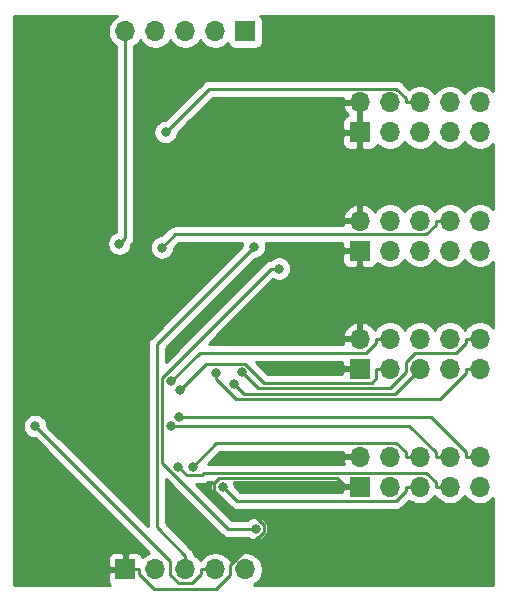
<source format=gbl>
%TF.GenerationSoftware,KiCad,Pcbnew,(5.1.6-0-10_14)*%
%TF.CreationDate,2020-09-10T14:26:16+09:00*%
%TF.ProjectId,qPCR-photo_mux_MPC506AU,71504352-2d70-4686-9f74-6f5f6d75785f,rev?*%
%TF.SameCoordinates,Original*%
%TF.FileFunction,Copper,L2,Bot*%
%TF.FilePolarity,Positive*%
%FSLAX46Y46*%
G04 Gerber Fmt 4.6, Leading zero omitted, Abs format (unit mm)*
G04 Created by KiCad (PCBNEW (5.1.6-0-10_14)) date 2020-09-10 14:26:16*
%MOMM*%
%LPD*%
G01*
G04 APERTURE LIST*
%TA.AperFunction,ComponentPad*%
%ADD10O,1.700000X1.700000*%
%TD*%
%TA.AperFunction,ComponentPad*%
%ADD11R,1.700000X1.700000*%
%TD*%
%TA.AperFunction,ViaPad*%
%ADD12C,0.800000*%
%TD*%
%TA.AperFunction,Conductor*%
%ADD13C,0.250000*%
%TD*%
%TA.AperFunction,Conductor*%
%ADD14C,0.254000*%
%TD*%
G04 APERTURE END LIST*
D10*
%TO.P,J1,5*%
%TO.N,PD_MUX_OUT*%
X103298000Y-110000000D03*
%TO.P,J1,4*%
%TO.N,VCC_LOGIC*%
X100758000Y-110000000D03*
%TO.P,J1,3*%
%TO.N,-10V*%
X98218000Y-110000000D03*
%TO.P,J1,2*%
%TO.N,+10V*%
X95678000Y-110000000D03*
D11*
%TO.P,J1,1*%
%TO.N,GND*%
X93138000Y-110000000D03*
%TD*%
%TO.P,J2,1*%
%TO.N,ADDRESSA3*%
X103298000Y-64440000D03*
D10*
%TO.P,J2,2*%
%TO.N,ADDRESSA2*%
X100758000Y-64440000D03*
%TO.P,J2,3*%
%TO.N,ADDRESSA1*%
X98218000Y-64440000D03*
%TO.P,J2,4*%
%TO.N,ADDRESSA0*%
X95678000Y-64440000D03*
%TO.P,J2,5*%
%TO.N,MUX_SELECT*%
X93138000Y-64440000D03*
%TD*%
%TO.P,N_PD1,10*%
%TO.N,N_PD1_OUT1*%
X123160000Y-70460000D03*
%TO.P,N_PD1,9*%
%TO.N,N_PD1_OUT2*%
X123160000Y-73000000D03*
%TO.P,N_PD1,8*%
%TO.N,N_PD1_OUT3*%
X120620000Y-70460000D03*
%TO.P,N_PD1,7*%
%TO.N,N_PD1_OUT4*%
X120620000Y-73000000D03*
%TO.P,N_PD1,6*%
%TO.N,N_PD1_OUT5*%
X118080000Y-70460000D03*
%TO.P,N_PD1,5*%
%TO.N,N_PD1_OUT6*%
X118080000Y-73000000D03*
%TO.P,N_PD1,4*%
%TO.N,N_PD1_OUT7*%
X115540000Y-70460000D03*
%TO.P,N_PD1,3*%
%TO.N,N_PD1_OUT8*%
X115540000Y-73000000D03*
%TO.P,N_PD1,2*%
%TO.N,GND*%
X113000000Y-70460000D03*
D11*
%TO.P,N_PD1,1*%
X113000000Y-73000000D03*
%TD*%
%TO.P,N_PD2,1*%
%TO.N,GND*%
X113000000Y-83000000D03*
D10*
%TO.P,N_PD2,2*%
X113000000Y-80460000D03*
%TO.P,N_PD2,3*%
%TO.N,N_PD1_OUT16*%
X115540000Y-83000000D03*
%TO.P,N_PD2,4*%
%TO.N,N_PD1_OUT15*%
X115540000Y-80460000D03*
%TO.P,N_PD2,5*%
%TO.N,N_PD1_OUT14*%
X118080000Y-83000000D03*
%TO.P,N_PD2,6*%
%TO.N,N_PD1_OUT13*%
X118080000Y-80460000D03*
%TO.P,N_PD2,7*%
%TO.N,N_PD1_OUT12*%
X120620000Y-83000000D03*
%TO.P,N_PD2,8*%
%TO.N,N_PD1_OUT10*%
X120620000Y-80460000D03*
%TO.P,N_PD2,9*%
%TO.N,N_PD1_OUT11*%
X123160000Y-83000000D03*
%TO.P,N_PD2,10*%
%TO.N,N_PD1_OUT9*%
X123160000Y-80460000D03*
%TD*%
D11*
%TO.P,S_PD1,1*%
%TO.N,GND*%
X113000000Y-93000000D03*
D10*
%TO.P,S_PD1,2*%
X113000000Y-90460000D03*
%TO.P,S_PD1,3*%
%TO.N,S_PD1_OUT8*%
X115540000Y-93000000D03*
%TO.P,S_PD1,4*%
%TO.N,S_PD1_OUT7*%
X115540000Y-90460000D03*
%TO.P,S_PD1,5*%
%TO.N,S_PD1_OUT6*%
X118080000Y-93000000D03*
%TO.P,S_PD1,6*%
%TO.N,S_PD1_OUT5*%
X118080000Y-90460000D03*
%TO.P,S_PD1,7*%
%TO.N,S_PD1_OUT4*%
X120620000Y-93000000D03*
%TO.P,S_PD1,8*%
%TO.N,S_PD1_OUT3*%
X120620000Y-90460000D03*
%TO.P,S_PD1,9*%
%TO.N,S_PD1_OUT2*%
X123160000Y-93000000D03*
%TO.P,S_PD1,10*%
%TO.N,S_PD1_OUT1*%
X123160000Y-90460000D03*
%TD*%
%TO.P,S_PD2,10*%
%TO.N,S_PD1_OUT9*%
X123160000Y-100460000D03*
%TO.P,S_PD2,9*%
%TO.N,S_PD1_OUT11*%
X123160000Y-103000000D03*
%TO.P,S_PD2,8*%
%TO.N,S_PD1_OUT10*%
X120620000Y-100460000D03*
%TO.P,S_PD2,7*%
%TO.N,S_PD1_OUT12*%
X120620000Y-103000000D03*
%TO.P,S_PD2,6*%
%TO.N,S_PD1_OUT13*%
X118080000Y-100460000D03*
%TO.P,S_PD2,5*%
%TO.N,S_PD1_OUT14*%
X118080000Y-103000000D03*
%TO.P,S_PD2,4*%
%TO.N,S_PD1_OUT15*%
X115540000Y-100460000D03*
%TO.P,S_PD2,3*%
%TO.N,S_PD1_OUT16*%
X115540000Y-103000000D03*
%TO.P,S_PD2,2*%
%TO.N,GND*%
X113000000Y-100460000D03*
D11*
%TO.P,S_PD2,1*%
X113000000Y-103000000D03*
%TD*%
D12*
%TO.N,GND*%
X108552100Y-93000000D03*
%TO.N,-10V*%
X104062200Y-82657600D03*
%TO.N,VCC_LOGIC*%
X85500100Y-97864000D03*
%TO.N,MUX_SELECT*%
X92632200Y-82421900D03*
%TO.N,/PD_MUX_OUT1*%
X104195900Y-106550000D03*
X106152400Y-84521200D03*
%TO.N,N_PD1_OUT5*%
X96563500Y-72975900D03*
%TO.N,N_PD1_OUT10*%
X96244100Y-82746900D03*
%TO.N,S_PD1_OUT8*%
X97752500Y-94784700D03*
%TO.N,S_PD1_OUT7*%
X97031600Y-94040100D03*
%TO.N,S_PD1_OUT6*%
X102341800Y-94268300D03*
%TO.N,S_PD1_OUT2*%
X100851400Y-93365400D03*
%TO.N,S_PD1_OUT1*%
X103005900Y-93310600D03*
%TO.N,S_PD1_OUT9*%
X97696900Y-97100900D03*
%TO.N,S_PD1_OUT10*%
X97004900Y-97853000D03*
%TO.N,S_PD1_OUT12*%
X97631500Y-101302600D03*
%TO.N,S_PD1_OUT13*%
X98836700Y-101290000D03*
%TO.N,S_PD1_OUT14*%
X101391600Y-103015600D03*
%TD*%
D13*
%TO.N,GND*%
X94313300Y-110000000D02*
X94313300Y-110367300D01*
X94313300Y-110367300D02*
X95610600Y-111664600D01*
X95610600Y-111664600D02*
X100854000Y-111664600D01*
X100854000Y-111664600D02*
X102028000Y-110490600D01*
X102028000Y-110490600D02*
X102028000Y-109607600D01*
X102028000Y-109607600D02*
X104360300Y-107275300D01*
X104360300Y-107275300D02*
X104496400Y-107275300D01*
X104496400Y-107275300D02*
X104921200Y-106850500D01*
X104921200Y-106850500D02*
X104921200Y-106249500D01*
X104921200Y-106249500D02*
X104226700Y-105555000D01*
X104226700Y-105555000D02*
X102839000Y-105555000D01*
X102839000Y-105555000D02*
X100653800Y-103369800D01*
X100653800Y-103369800D02*
X100653800Y-102696400D01*
X100653800Y-102696400D02*
X101065300Y-102284900D01*
X101065300Y-102284900D02*
X111109600Y-102284900D01*
X111109600Y-102284900D02*
X111824700Y-103000000D01*
X93138000Y-110000000D02*
X94313300Y-110000000D01*
X113000000Y-103000000D02*
X111824700Y-103000000D01*
X113000000Y-83000000D02*
X113000000Y-90460000D01*
X113000000Y-93000000D02*
X108552100Y-93000000D01*
X113000000Y-73000000D02*
X113000000Y-74175300D01*
X113000000Y-80460000D02*
X113000000Y-79284700D01*
X113000000Y-79284700D02*
X113000000Y-74175300D01*
X113000000Y-73000000D02*
X113000000Y-70460000D01*
%TO.N,-10V*%
X98218000Y-110000000D02*
X98218000Y-108824700D01*
X98218000Y-108824700D02*
X95789900Y-106396600D01*
X95789900Y-106396600D02*
X95789900Y-90929900D01*
X95789900Y-90929900D02*
X104062200Y-82657600D01*
%TO.N,VCC_LOGIC*%
X99582700Y-110000000D02*
X99582700Y-110367400D01*
X99582700Y-110367400D02*
X98774800Y-111175300D01*
X98774800Y-111175300D02*
X97659600Y-111175300D01*
X97659600Y-111175300D02*
X96948000Y-110463700D01*
X96948000Y-110463700D02*
X96948000Y-109311900D01*
X96948000Y-109311900D02*
X85500100Y-97864000D01*
X100758000Y-110000000D02*
X99582700Y-110000000D01*
%TO.N,MUX_SELECT*%
X92632200Y-82421900D02*
X93138000Y-81916100D01*
X93138000Y-81916100D02*
X93138000Y-64440000D01*
%TO.N,/PD_MUX_OUT1*%
X104195900Y-106550000D02*
X101834500Y-106550000D01*
X101834500Y-106550000D02*
X96240300Y-100955800D01*
X96240300Y-100955800D02*
X96240300Y-93789400D01*
X96240300Y-93789400D02*
X105508500Y-84521200D01*
X105508500Y-84521200D02*
X106152400Y-84521200D01*
%TO.N,N_PD1_OUT5*%
X118080000Y-70460000D02*
X116904700Y-70460000D01*
X96563500Y-72975900D02*
X100254700Y-69284700D01*
X100254700Y-69284700D02*
X116096800Y-69284700D01*
X116096800Y-69284700D02*
X116904700Y-70092600D01*
X116904700Y-70092600D02*
X116904700Y-70460000D01*
%TO.N,N_PD1_OUT10*%
X120620000Y-80460000D02*
X119444700Y-80460000D01*
X119444700Y-80460000D02*
X119444700Y-80827400D01*
X119444700Y-80827400D02*
X118636800Y-81635300D01*
X118636800Y-81635300D02*
X97355700Y-81635300D01*
X97355700Y-81635300D02*
X96244100Y-82746900D01*
%TO.N,S_PD1_OUT8*%
X114364700Y-93000000D02*
X114364700Y-93808000D01*
X114364700Y-93808000D02*
X113997300Y-94175400D01*
X113997300Y-94175400D02*
X104896500Y-94175400D01*
X104896500Y-94175400D02*
X103306400Y-92585300D01*
X103306400Y-92585300D02*
X99951900Y-92585300D01*
X99951900Y-92585300D02*
X97752500Y-94784700D01*
X115540000Y-93000000D02*
X114364700Y-93000000D01*
%TO.N,S_PD1_OUT7*%
X114364700Y-90460000D02*
X114364700Y-90827400D01*
X114364700Y-90827400D02*
X113556800Y-91635300D01*
X113556800Y-91635300D02*
X99436400Y-91635300D01*
X99436400Y-91635300D02*
X97031600Y-94040100D01*
X115540000Y-90460000D02*
X114364700Y-90460000D01*
%TO.N,S_PD1_OUT6*%
X102341800Y-94268300D02*
X103177700Y-95104200D01*
X103177700Y-95104200D02*
X115975800Y-95104200D01*
X115975800Y-95104200D02*
X118080000Y-93000000D01*
%TO.N,S_PD1_OUT2*%
X100851400Y-93365400D02*
X100851400Y-93872300D01*
X100851400Y-93872300D02*
X102539900Y-95560800D01*
X102539900Y-95560800D02*
X119791200Y-95560800D01*
X119791200Y-95560800D02*
X121984700Y-93367300D01*
X121984700Y-93367300D02*
X121984700Y-93000000D01*
X123160000Y-93000000D02*
X121984700Y-93000000D01*
%TO.N,S_PD1_OUT1*%
X121984700Y-90460000D02*
X121984700Y-90827400D01*
X121984700Y-90827400D02*
X121176800Y-91635300D01*
X121176800Y-91635300D02*
X117689900Y-91635300D01*
X117689900Y-91635300D02*
X116904600Y-92420600D01*
X116904600Y-92420600D02*
X116904600Y-93308700D01*
X116904600Y-93308700D02*
X115559500Y-94653800D01*
X115559500Y-94653800D02*
X104349100Y-94653800D01*
X104349100Y-94653800D02*
X103005900Y-93310600D01*
X123160000Y-90460000D02*
X121984700Y-90460000D01*
%TO.N,S_PD1_OUT9*%
X121984700Y-100460000D02*
X121984700Y-100092700D01*
X121984700Y-100092700D02*
X118992900Y-97100900D01*
X118992900Y-97100900D02*
X97696900Y-97100900D01*
X123160000Y-100460000D02*
X121984700Y-100460000D01*
%TO.N,S_PD1_OUT10*%
X119444700Y-100460000D02*
X119444700Y-100092700D01*
X119444700Y-100092700D02*
X117205000Y-97853000D01*
X117205000Y-97853000D02*
X97004900Y-97853000D01*
X120620000Y-100460000D02*
X119444700Y-100460000D01*
%TO.N,S_PD1_OUT12*%
X120620000Y-103000000D02*
X119444700Y-103000000D01*
X97631500Y-101302600D02*
X98352400Y-102023500D01*
X98352400Y-102023500D02*
X99596100Y-102023500D01*
X99596100Y-102023500D02*
X99794900Y-101824700D01*
X99794900Y-101824700D02*
X118636800Y-101824700D01*
X118636800Y-101824700D02*
X119444700Y-102632600D01*
X119444700Y-102632600D02*
X119444700Y-103000000D01*
%TO.N,S_PD1_OUT13*%
X116904700Y-100460000D02*
X116904700Y-100094700D01*
X116904700Y-100094700D02*
X116073900Y-99263900D01*
X116073900Y-99263900D02*
X100862800Y-99263900D01*
X100862800Y-99263900D02*
X98836700Y-101290000D01*
X118080000Y-100460000D02*
X116904700Y-100460000D01*
%TO.N,S_PD1_OUT14*%
X118080000Y-103000000D02*
X116904700Y-103000000D01*
X116904700Y-103000000D02*
X116904700Y-103367300D01*
X116904700Y-103367300D02*
X116081400Y-104190600D01*
X116081400Y-104190600D02*
X102566600Y-104190600D01*
X102566600Y-104190600D02*
X101391600Y-103015600D01*
%TD*%
D14*
%TO.N,GND*%
G36*
X101270701Y-107061003D02*
G01*
X101294499Y-107090001D01*
X101323497Y-107113799D01*
X101410224Y-107184974D01*
X101542253Y-107255546D01*
X101685514Y-107299003D01*
X101834500Y-107313677D01*
X101871833Y-107310000D01*
X103492189Y-107310000D01*
X103536126Y-107353937D01*
X103705644Y-107467205D01*
X103894002Y-107545226D01*
X104093961Y-107585000D01*
X104297839Y-107585000D01*
X104497798Y-107545226D01*
X104686156Y-107467205D01*
X104855674Y-107353937D01*
X104999837Y-107209774D01*
X105113105Y-107040256D01*
X105191126Y-106851898D01*
X105230900Y-106651939D01*
X105230900Y-106448061D01*
X105191126Y-106248102D01*
X105113105Y-106059744D01*
X104999837Y-105890226D01*
X104855674Y-105746063D01*
X104686156Y-105632795D01*
X104497798Y-105554774D01*
X104297839Y-105515000D01*
X104093961Y-105515000D01*
X103894002Y-105554774D01*
X103705644Y-105632795D01*
X103536126Y-105746063D01*
X103492189Y-105790000D01*
X102149302Y-105790000D01*
X99142801Y-102783500D01*
X99558778Y-102783500D01*
X99596100Y-102787176D01*
X99633422Y-102783500D01*
X99633433Y-102783500D01*
X99745086Y-102772503D01*
X99888347Y-102729046D01*
X100020376Y-102658474D01*
X100110270Y-102584700D01*
X100449809Y-102584700D01*
X100396374Y-102713702D01*
X100356600Y-102913661D01*
X100356600Y-103117539D01*
X100396374Y-103317498D01*
X100474395Y-103505856D01*
X100587663Y-103675374D01*
X100731826Y-103819537D01*
X100901344Y-103932805D01*
X101089702Y-104010826D01*
X101289661Y-104050600D01*
X101351799Y-104050600D01*
X102002801Y-104701603D01*
X102026599Y-104730601D01*
X102055597Y-104754399D01*
X102142323Y-104825574D01*
X102274353Y-104896146D01*
X102417614Y-104939603D01*
X102529267Y-104950600D01*
X102529277Y-104950600D01*
X102566600Y-104954276D01*
X102603923Y-104950600D01*
X116044078Y-104950600D01*
X116081400Y-104954276D01*
X116118722Y-104950600D01*
X116118733Y-104950600D01*
X116230386Y-104939603D01*
X116373647Y-104896146D01*
X116505676Y-104825574D01*
X116621401Y-104730601D01*
X116645203Y-104701598D01*
X117169311Y-104177491D01*
X117376589Y-104315990D01*
X117646842Y-104427932D01*
X117933740Y-104485000D01*
X118226260Y-104485000D01*
X118513158Y-104427932D01*
X118783411Y-104315990D01*
X119026632Y-104153475D01*
X119233475Y-103946632D01*
X119350000Y-103772240D01*
X119466525Y-103946632D01*
X119673368Y-104153475D01*
X119916589Y-104315990D01*
X120186842Y-104427932D01*
X120473740Y-104485000D01*
X120766260Y-104485000D01*
X121053158Y-104427932D01*
X121323411Y-104315990D01*
X121566632Y-104153475D01*
X121773475Y-103946632D01*
X121890000Y-103772240D01*
X122006525Y-103946632D01*
X122213368Y-104153475D01*
X122456589Y-104315990D01*
X122726842Y-104427932D01*
X123013740Y-104485000D01*
X123306260Y-104485000D01*
X123593158Y-104427932D01*
X123863411Y-104315990D01*
X124106632Y-104153475D01*
X124313475Y-103946632D01*
X124315001Y-103944348D01*
X124315001Y-111315000D01*
X104002893Y-111315000D01*
X104244632Y-111153475D01*
X104451475Y-110946632D01*
X104613990Y-110703411D01*
X104725932Y-110433158D01*
X104783000Y-110146260D01*
X104783000Y-109853740D01*
X104725932Y-109566842D01*
X104613990Y-109296589D01*
X104451475Y-109053368D01*
X104244632Y-108846525D01*
X104001411Y-108684010D01*
X103731158Y-108572068D01*
X103444260Y-108515000D01*
X103151740Y-108515000D01*
X102864842Y-108572068D01*
X102594589Y-108684010D01*
X102351368Y-108846525D01*
X102144525Y-109053368D01*
X102028000Y-109227760D01*
X101911475Y-109053368D01*
X101704632Y-108846525D01*
X101461411Y-108684010D01*
X101191158Y-108572068D01*
X100904260Y-108515000D01*
X100611740Y-108515000D01*
X100324842Y-108572068D01*
X100054589Y-108684010D01*
X99811368Y-108846525D01*
X99604525Y-109053368D01*
X99488000Y-109227760D01*
X99371475Y-109053368D01*
X99164632Y-108846525D01*
X98971089Y-108717204D01*
X98967003Y-108675714D01*
X98923546Y-108532453D01*
X98912575Y-108511928D01*
X98852974Y-108400423D01*
X98781799Y-108313697D01*
X98758001Y-108284699D01*
X98729003Y-108260901D01*
X96549900Y-106081799D01*
X96549900Y-102340201D01*
X101270701Y-107061003D01*
G37*
X101270701Y-107061003D02*
X101294499Y-107090001D01*
X101323497Y-107113799D01*
X101410224Y-107184974D01*
X101542253Y-107255546D01*
X101685514Y-107299003D01*
X101834500Y-107313677D01*
X101871833Y-107310000D01*
X103492189Y-107310000D01*
X103536126Y-107353937D01*
X103705644Y-107467205D01*
X103894002Y-107545226D01*
X104093961Y-107585000D01*
X104297839Y-107585000D01*
X104497798Y-107545226D01*
X104686156Y-107467205D01*
X104855674Y-107353937D01*
X104999837Y-107209774D01*
X105113105Y-107040256D01*
X105191126Y-106851898D01*
X105230900Y-106651939D01*
X105230900Y-106448061D01*
X105191126Y-106248102D01*
X105113105Y-106059744D01*
X104999837Y-105890226D01*
X104855674Y-105746063D01*
X104686156Y-105632795D01*
X104497798Y-105554774D01*
X104297839Y-105515000D01*
X104093961Y-105515000D01*
X103894002Y-105554774D01*
X103705644Y-105632795D01*
X103536126Y-105746063D01*
X103492189Y-105790000D01*
X102149302Y-105790000D01*
X99142801Y-102783500D01*
X99558778Y-102783500D01*
X99596100Y-102787176D01*
X99633422Y-102783500D01*
X99633433Y-102783500D01*
X99745086Y-102772503D01*
X99888347Y-102729046D01*
X100020376Y-102658474D01*
X100110270Y-102584700D01*
X100449809Y-102584700D01*
X100396374Y-102713702D01*
X100356600Y-102913661D01*
X100356600Y-103117539D01*
X100396374Y-103317498D01*
X100474395Y-103505856D01*
X100587663Y-103675374D01*
X100731826Y-103819537D01*
X100901344Y-103932805D01*
X101089702Y-104010826D01*
X101289661Y-104050600D01*
X101351799Y-104050600D01*
X102002801Y-104701603D01*
X102026599Y-104730601D01*
X102055597Y-104754399D01*
X102142323Y-104825574D01*
X102274353Y-104896146D01*
X102417614Y-104939603D01*
X102529267Y-104950600D01*
X102529277Y-104950600D01*
X102566600Y-104954276D01*
X102603923Y-104950600D01*
X116044078Y-104950600D01*
X116081400Y-104954276D01*
X116118722Y-104950600D01*
X116118733Y-104950600D01*
X116230386Y-104939603D01*
X116373647Y-104896146D01*
X116505676Y-104825574D01*
X116621401Y-104730601D01*
X116645203Y-104701598D01*
X117169311Y-104177491D01*
X117376589Y-104315990D01*
X117646842Y-104427932D01*
X117933740Y-104485000D01*
X118226260Y-104485000D01*
X118513158Y-104427932D01*
X118783411Y-104315990D01*
X119026632Y-104153475D01*
X119233475Y-103946632D01*
X119350000Y-103772240D01*
X119466525Y-103946632D01*
X119673368Y-104153475D01*
X119916589Y-104315990D01*
X120186842Y-104427932D01*
X120473740Y-104485000D01*
X120766260Y-104485000D01*
X121053158Y-104427932D01*
X121323411Y-104315990D01*
X121566632Y-104153475D01*
X121773475Y-103946632D01*
X121890000Y-103772240D01*
X122006525Y-103946632D01*
X122213368Y-104153475D01*
X122456589Y-104315990D01*
X122726842Y-104427932D01*
X123013740Y-104485000D01*
X123306260Y-104485000D01*
X123593158Y-104427932D01*
X123863411Y-104315990D01*
X124106632Y-104153475D01*
X124313475Y-103946632D01*
X124315001Y-103944348D01*
X124315001Y-111315000D01*
X104002893Y-111315000D01*
X104244632Y-111153475D01*
X104451475Y-110946632D01*
X104613990Y-110703411D01*
X104725932Y-110433158D01*
X104783000Y-110146260D01*
X104783000Y-109853740D01*
X104725932Y-109566842D01*
X104613990Y-109296589D01*
X104451475Y-109053368D01*
X104244632Y-108846525D01*
X104001411Y-108684010D01*
X103731158Y-108572068D01*
X103444260Y-108515000D01*
X103151740Y-108515000D01*
X102864842Y-108572068D01*
X102594589Y-108684010D01*
X102351368Y-108846525D01*
X102144525Y-109053368D01*
X102028000Y-109227760D01*
X101911475Y-109053368D01*
X101704632Y-108846525D01*
X101461411Y-108684010D01*
X101191158Y-108572068D01*
X100904260Y-108515000D01*
X100611740Y-108515000D01*
X100324842Y-108572068D01*
X100054589Y-108684010D01*
X99811368Y-108846525D01*
X99604525Y-109053368D01*
X99488000Y-109227760D01*
X99371475Y-109053368D01*
X99164632Y-108846525D01*
X98971089Y-108717204D01*
X98967003Y-108675714D01*
X98923546Y-108532453D01*
X98912575Y-108511928D01*
X98852974Y-108400423D01*
X98781799Y-108313697D01*
X98758001Y-108284699D01*
X98729003Y-108260901D01*
X96549900Y-106081799D01*
X96549900Y-102340201D01*
X101270701Y-107061003D01*
G36*
X92191368Y-63286525D02*
G01*
X91984525Y-63493368D01*
X91822010Y-63736589D01*
X91710068Y-64006842D01*
X91653000Y-64293740D01*
X91653000Y-64586260D01*
X91710068Y-64873158D01*
X91822010Y-65143411D01*
X91984525Y-65386632D01*
X92191368Y-65593475D01*
X92378001Y-65718179D01*
X92378000Y-81417186D01*
X92330302Y-81426674D01*
X92141944Y-81504695D01*
X91972426Y-81617963D01*
X91828263Y-81762126D01*
X91714995Y-81931644D01*
X91636974Y-82120002D01*
X91597200Y-82319961D01*
X91597200Y-82523839D01*
X91636974Y-82723798D01*
X91714995Y-82912156D01*
X91828263Y-83081674D01*
X91972426Y-83225837D01*
X92141944Y-83339105D01*
X92330302Y-83417126D01*
X92530261Y-83456900D01*
X92734139Y-83456900D01*
X92934098Y-83417126D01*
X93122456Y-83339105D01*
X93291974Y-83225837D01*
X93436137Y-83081674D01*
X93549405Y-82912156D01*
X93627426Y-82723798D01*
X93667200Y-82523839D01*
X93667200Y-82464965D01*
X93678001Y-82456101D01*
X93772974Y-82340376D01*
X93843546Y-82208347D01*
X93887003Y-82065086D01*
X93898000Y-81953433D01*
X93898000Y-81953424D01*
X93901676Y-81916101D01*
X93898000Y-81878778D01*
X93898000Y-80103109D01*
X111558519Y-80103109D01*
X111679186Y-80333000D01*
X112873000Y-80333000D01*
X112873000Y-79139845D01*
X112643110Y-79018524D01*
X112495901Y-79063175D01*
X112233080Y-79188359D01*
X111999731Y-79362412D01*
X111804822Y-79578645D01*
X111655843Y-79828748D01*
X111558519Y-80103109D01*
X93898000Y-80103109D01*
X93898000Y-65718178D01*
X94084632Y-65593475D01*
X94291475Y-65386632D01*
X94408000Y-65212240D01*
X94524525Y-65386632D01*
X94731368Y-65593475D01*
X94974589Y-65755990D01*
X95244842Y-65867932D01*
X95531740Y-65925000D01*
X95824260Y-65925000D01*
X96111158Y-65867932D01*
X96381411Y-65755990D01*
X96624632Y-65593475D01*
X96831475Y-65386632D01*
X96948000Y-65212240D01*
X97064525Y-65386632D01*
X97271368Y-65593475D01*
X97514589Y-65755990D01*
X97784842Y-65867932D01*
X98071740Y-65925000D01*
X98364260Y-65925000D01*
X98651158Y-65867932D01*
X98921411Y-65755990D01*
X99164632Y-65593475D01*
X99371475Y-65386632D01*
X99488000Y-65212240D01*
X99604525Y-65386632D01*
X99811368Y-65593475D01*
X100054589Y-65755990D01*
X100324842Y-65867932D01*
X100611740Y-65925000D01*
X100904260Y-65925000D01*
X101191158Y-65867932D01*
X101461411Y-65755990D01*
X101704632Y-65593475D01*
X101836487Y-65461620D01*
X101858498Y-65534180D01*
X101917463Y-65644494D01*
X101996815Y-65741185D01*
X102093506Y-65820537D01*
X102203820Y-65879502D01*
X102323518Y-65915812D01*
X102448000Y-65928072D01*
X104148000Y-65928072D01*
X104272482Y-65915812D01*
X104392180Y-65879502D01*
X104502494Y-65820537D01*
X104599185Y-65741185D01*
X104678537Y-65644494D01*
X104737502Y-65534180D01*
X104773812Y-65414482D01*
X104786072Y-65290000D01*
X104786072Y-63590000D01*
X104773812Y-63465518D01*
X104737502Y-63345820D01*
X104678537Y-63235506D01*
X104599185Y-63138815D01*
X104582351Y-63125000D01*
X124315000Y-63125000D01*
X124315000Y-69515651D01*
X124313475Y-69513368D01*
X124106632Y-69306525D01*
X123863411Y-69144010D01*
X123593158Y-69032068D01*
X123306260Y-68975000D01*
X123013740Y-68975000D01*
X122726842Y-69032068D01*
X122456589Y-69144010D01*
X122213368Y-69306525D01*
X122006525Y-69513368D01*
X121890000Y-69687760D01*
X121773475Y-69513368D01*
X121566632Y-69306525D01*
X121323411Y-69144010D01*
X121053158Y-69032068D01*
X120766260Y-68975000D01*
X120473740Y-68975000D01*
X120186842Y-69032068D01*
X119916589Y-69144010D01*
X119673368Y-69306525D01*
X119466525Y-69513368D01*
X119350000Y-69687760D01*
X119233475Y-69513368D01*
X119026632Y-69306525D01*
X118783411Y-69144010D01*
X118513158Y-69032068D01*
X118226260Y-68975000D01*
X117933740Y-68975000D01*
X117646842Y-69032068D01*
X117376589Y-69144010D01*
X117169371Y-69282469D01*
X116660603Y-68773702D01*
X116636801Y-68744699D01*
X116521076Y-68649726D01*
X116389047Y-68579154D01*
X116245786Y-68535697D01*
X116134133Y-68524700D01*
X116134122Y-68524700D01*
X116096800Y-68521024D01*
X116059478Y-68524700D01*
X100292022Y-68524700D01*
X100254699Y-68521024D01*
X100217376Y-68524700D01*
X100217367Y-68524700D01*
X100105714Y-68535697D01*
X99962453Y-68579154D01*
X99830423Y-68649726D01*
X99746783Y-68718368D01*
X99714699Y-68744699D01*
X99690901Y-68773697D01*
X96523699Y-71940900D01*
X96461561Y-71940900D01*
X96261602Y-71980674D01*
X96073244Y-72058695D01*
X95903726Y-72171963D01*
X95759563Y-72316126D01*
X95646295Y-72485644D01*
X95568274Y-72674002D01*
X95528500Y-72873961D01*
X95528500Y-73077839D01*
X95568274Y-73277798D01*
X95646295Y-73466156D01*
X95759563Y-73635674D01*
X95903726Y-73779837D01*
X96073244Y-73893105D01*
X96261602Y-73971126D01*
X96461561Y-74010900D01*
X96665439Y-74010900D01*
X96865398Y-73971126D01*
X97053756Y-73893105D01*
X97118267Y-73850000D01*
X111511928Y-73850000D01*
X111524188Y-73974482D01*
X111560498Y-74094180D01*
X111619463Y-74204494D01*
X111698815Y-74301185D01*
X111795506Y-74380537D01*
X111905820Y-74439502D01*
X112025518Y-74475812D01*
X112150000Y-74488072D01*
X112714250Y-74485000D01*
X112873000Y-74326250D01*
X112873000Y-73127000D01*
X111673750Y-73127000D01*
X111515000Y-73285750D01*
X111511928Y-73850000D01*
X97118267Y-73850000D01*
X97223274Y-73779837D01*
X97367437Y-73635674D01*
X97480705Y-73466156D01*
X97558726Y-73277798D01*
X97598500Y-73077839D01*
X97598500Y-73015701D01*
X98464201Y-72150000D01*
X111511928Y-72150000D01*
X111515000Y-72714250D01*
X111673750Y-72873000D01*
X112873000Y-72873000D01*
X112873000Y-70587000D01*
X111679186Y-70587000D01*
X111558519Y-70816891D01*
X111655843Y-71091252D01*
X111804822Y-71341355D01*
X111981626Y-71537502D01*
X111905820Y-71560498D01*
X111795506Y-71619463D01*
X111698815Y-71698815D01*
X111619463Y-71795506D01*
X111560498Y-71905820D01*
X111524188Y-72025518D01*
X111511928Y-72150000D01*
X98464201Y-72150000D01*
X100569502Y-70044700D01*
X111579238Y-70044700D01*
X111558519Y-70103109D01*
X111679186Y-70333000D01*
X112873000Y-70333000D01*
X112873000Y-70313000D01*
X113127000Y-70313000D01*
X113127000Y-70333000D01*
X113147000Y-70333000D01*
X113147000Y-70587000D01*
X113127000Y-70587000D01*
X113127000Y-72873000D01*
X113147000Y-72873000D01*
X113147000Y-73127000D01*
X113127000Y-73127000D01*
X113127000Y-74326250D01*
X113285750Y-74485000D01*
X113850000Y-74488072D01*
X113974482Y-74475812D01*
X114094180Y-74439502D01*
X114204494Y-74380537D01*
X114301185Y-74301185D01*
X114380537Y-74204494D01*
X114439502Y-74094180D01*
X114461513Y-74021620D01*
X114593368Y-74153475D01*
X114836589Y-74315990D01*
X115106842Y-74427932D01*
X115393740Y-74485000D01*
X115686260Y-74485000D01*
X115973158Y-74427932D01*
X116243411Y-74315990D01*
X116486632Y-74153475D01*
X116693475Y-73946632D01*
X116810000Y-73772240D01*
X116926525Y-73946632D01*
X117133368Y-74153475D01*
X117376589Y-74315990D01*
X117646842Y-74427932D01*
X117933740Y-74485000D01*
X118226260Y-74485000D01*
X118513158Y-74427932D01*
X118783411Y-74315990D01*
X119026632Y-74153475D01*
X119233475Y-73946632D01*
X119350000Y-73772240D01*
X119466525Y-73946632D01*
X119673368Y-74153475D01*
X119916589Y-74315990D01*
X120186842Y-74427932D01*
X120473740Y-74485000D01*
X120766260Y-74485000D01*
X121053158Y-74427932D01*
X121323411Y-74315990D01*
X121566632Y-74153475D01*
X121773475Y-73946632D01*
X121890000Y-73772240D01*
X122006525Y-73946632D01*
X122213368Y-74153475D01*
X122456589Y-74315990D01*
X122726842Y-74427932D01*
X123013740Y-74485000D01*
X123306260Y-74485000D01*
X123593158Y-74427932D01*
X123863411Y-74315990D01*
X124106632Y-74153475D01*
X124313475Y-73946632D01*
X124315000Y-73944349D01*
X124315000Y-79515651D01*
X124313475Y-79513368D01*
X124106632Y-79306525D01*
X123863411Y-79144010D01*
X123593158Y-79032068D01*
X123306260Y-78975000D01*
X123013740Y-78975000D01*
X122726842Y-79032068D01*
X122456589Y-79144010D01*
X122213368Y-79306525D01*
X122006525Y-79513368D01*
X121890000Y-79687760D01*
X121773475Y-79513368D01*
X121566632Y-79306525D01*
X121323411Y-79144010D01*
X121053158Y-79032068D01*
X120766260Y-78975000D01*
X120473740Y-78975000D01*
X120186842Y-79032068D01*
X119916589Y-79144010D01*
X119673368Y-79306525D01*
X119466525Y-79513368D01*
X119350000Y-79687760D01*
X119233475Y-79513368D01*
X119026632Y-79306525D01*
X118783411Y-79144010D01*
X118513158Y-79032068D01*
X118226260Y-78975000D01*
X117933740Y-78975000D01*
X117646842Y-79032068D01*
X117376589Y-79144010D01*
X117133368Y-79306525D01*
X116926525Y-79513368D01*
X116810000Y-79687760D01*
X116693475Y-79513368D01*
X116486632Y-79306525D01*
X116243411Y-79144010D01*
X115973158Y-79032068D01*
X115686260Y-78975000D01*
X115393740Y-78975000D01*
X115106842Y-79032068D01*
X114836589Y-79144010D01*
X114593368Y-79306525D01*
X114386525Y-79513368D01*
X114264805Y-79695534D01*
X114195178Y-79578645D01*
X114000269Y-79362412D01*
X113766920Y-79188359D01*
X113504099Y-79063175D01*
X113356890Y-79018524D01*
X113127000Y-79139845D01*
X113127000Y-80333000D01*
X113147000Y-80333000D01*
X113147000Y-80587000D01*
X113127000Y-80587000D01*
X113127000Y-80607000D01*
X112873000Y-80607000D01*
X112873000Y-80587000D01*
X111679186Y-80587000D01*
X111558519Y-80816891D01*
X111579238Y-80875300D01*
X97393025Y-80875300D01*
X97355700Y-80871624D01*
X97318375Y-80875300D01*
X97318367Y-80875300D01*
X97206714Y-80886297D01*
X97063453Y-80929754D01*
X96931424Y-81000326D01*
X96815699Y-81095299D01*
X96791901Y-81124297D01*
X96204299Y-81711900D01*
X96142161Y-81711900D01*
X95942202Y-81751674D01*
X95753844Y-81829695D01*
X95584326Y-81942963D01*
X95440163Y-82087126D01*
X95326895Y-82256644D01*
X95248874Y-82445002D01*
X95209100Y-82644961D01*
X95209100Y-82848839D01*
X95248874Y-83048798D01*
X95326895Y-83237156D01*
X95440163Y-83406674D01*
X95584326Y-83550837D01*
X95753844Y-83664105D01*
X95942202Y-83742126D01*
X96142161Y-83781900D01*
X96346039Y-83781900D01*
X96545998Y-83742126D01*
X96734356Y-83664105D01*
X96903874Y-83550837D01*
X97048037Y-83406674D01*
X97161305Y-83237156D01*
X97239326Y-83048798D01*
X97279100Y-82848839D01*
X97279100Y-82786701D01*
X97670502Y-82395300D01*
X103059098Y-82395300D01*
X103027200Y-82555661D01*
X103027200Y-82617798D01*
X95278898Y-90366101D01*
X95249900Y-90389899D01*
X95226102Y-90418897D01*
X95226101Y-90418898D01*
X95154926Y-90505624D01*
X95084354Y-90637654D01*
X95071990Y-90678415D01*
X95040898Y-90780914D01*
X95031964Y-90871624D01*
X95026224Y-90929900D01*
X95029901Y-90967233D01*
X95029900Y-106318997D01*
X86535100Y-97824199D01*
X86535100Y-97762061D01*
X86495326Y-97562102D01*
X86417305Y-97373744D01*
X86304037Y-97204226D01*
X86159874Y-97060063D01*
X85990356Y-96946795D01*
X85801998Y-96868774D01*
X85602039Y-96829000D01*
X85398161Y-96829000D01*
X85198202Y-96868774D01*
X85009844Y-96946795D01*
X84840326Y-97060063D01*
X84696163Y-97204226D01*
X84582895Y-97373744D01*
X84504874Y-97562102D01*
X84465100Y-97762061D01*
X84465100Y-97965939D01*
X84504874Y-98165898D01*
X84582895Y-98354256D01*
X84696163Y-98523774D01*
X84840326Y-98667937D01*
X85009844Y-98781205D01*
X85198202Y-98859226D01*
X85398161Y-98899000D01*
X85460299Y-98899000D01*
X95166016Y-108604719D01*
X94974589Y-108684010D01*
X94731368Y-108846525D01*
X94599513Y-108978380D01*
X94577502Y-108905820D01*
X94518537Y-108795506D01*
X94439185Y-108698815D01*
X94342494Y-108619463D01*
X94232180Y-108560498D01*
X94112482Y-108524188D01*
X93988000Y-108511928D01*
X93423750Y-108515000D01*
X93265000Y-108673750D01*
X93265000Y-109873000D01*
X93285000Y-109873000D01*
X93285000Y-110127000D01*
X93265000Y-110127000D01*
X93265000Y-110147000D01*
X93011000Y-110147000D01*
X93011000Y-110127000D01*
X91811750Y-110127000D01*
X91653000Y-110285750D01*
X91649928Y-110850000D01*
X91662188Y-110974482D01*
X91698498Y-111094180D01*
X91757463Y-111204494D01*
X91836815Y-111301185D01*
X91853649Y-111315000D01*
X83685000Y-111315000D01*
X83685000Y-109150000D01*
X91649928Y-109150000D01*
X91653000Y-109714250D01*
X91811750Y-109873000D01*
X93011000Y-109873000D01*
X93011000Y-108673750D01*
X92852250Y-108515000D01*
X92288000Y-108511928D01*
X92163518Y-108524188D01*
X92043820Y-108560498D01*
X91933506Y-108619463D01*
X91836815Y-108698815D01*
X91757463Y-108795506D01*
X91698498Y-108905820D01*
X91662188Y-109025518D01*
X91649928Y-109150000D01*
X83685000Y-109150000D01*
X83685000Y-63125000D01*
X92433107Y-63125000D01*
X92191368Y-63286525D01*
G37*
X92191368Y-63286525D02*
X91984525Y-63493368D01*
X91822010Y-63736589D01*
X91710068Y-64006842D01*
X91653000Y-64293740D01*
X91653000Y-64586260D01*
X91710068Y-64873158D01*
X91822010Y-65143411D01*
X91984525Y-65386632D01*
X92191368Y-65593475D01*
X92378001Y-65718179D01*
X92378000Y-81417186D01*
X92330302Y-81426674D01*
X92141944Y-81504695D01*
X91972426Y-81617963D01*
X91828263Y-81762126D01*
X91714995Y-81931644D01*
X91636974Y-82120002D01*
X91597200Y-82319961D01*
X91597200Y-82523839D01*
X91636974Y-82723798D01*
X91714995Y-82912156D01*
X91828263Y-83081674D01*
X91972426Y-83225837D01*
X92141944Y-83339105D01*
X92330302Y-83417126D01*
X92530261Y-83456900D01*
X92734139Y-83456900D01*
X92934098Y-83417126D01*
X93122456Y-83339105D01*
X93291974Y-83225837D01*
X93436137Y-83081674D01*
X93549405Y-82912156D01*
X93627426Y-82723798D01*
X93667200Y-82523839D01*
X93667200Y-82464965D01*
X93678001Y-82456101D01*
X93772974Y-82340376D01*
X93843546Y-82208347D01*
X93887003Y-82065086D01*
X93898000Y-81953433D01*
X93898000Y-81953424D01*
X93901676Y-81916101D01*
X93898000Y-81878778D01*
X93898000Y-80103109D01*
X111558519Y-80103109D01*
X111679186Y-80333000D01*
X112873000Y-80333000D01*
X112873000Y-79139845D01*
X112643110Y-79018524D01*
X112495901Y-79063175D01*
X112233080Y-79188359D01*
X111999731Y-79362412D01*
X111804822Y-79578645D01*
X111655843Y-79828748D01*
X111558519Y-80103109D01*
X93898000Y-80103109D01*
X93898000Y-65718178D01*
X94084632Y-65593475D01*
X94291475Y-65386632D01*
X94408000Y-65212240D01*
X94524525Y-65386632D01*
X94731368Y-65593475D01*
X94974589Y-65755990D01*
X95244842Y-65867932D01*
X95531740Y-65925000D01*
X95824260Y-65925000D01*
X96111158Y-65867932D01*
X96381411Y-65755990D01*
X96624632Y-65593475D01*
X96831475Y-65386632D01*
X96948000Y-65212240D01*
X97064525Y-65386632D01*
X97271368Y-65593475D01*
X97514589Y-65755990D01*
X97784842Y-65867932D01*
X98071740Y-65925000D01*
X98364260Y-65925000D01*
X98651158Y-65867932D01*
X98921411Y-65755990D01*
X99164632Y-65593475D01*
X99371475Y-65386632D01*
X99488000Y-65212240D01*
X99604525Y-65386632D01*
X99811368Y-65593475D01*
X100054589Y-65755990D01*
X100324842Y-65867932D01*
X100611740Y-65925000D01*
X100904260Y-65925000D01*
X101191158Y-65867932D01*
X101461411Y-65755990D01*
X101704632Y-65593475D01*
X101836487Y-65461620D01*
X101858498Y-65534180D01*
X101917463Y-65644494D01*
X101996815Y-65741185D01*
X102093506Y-65820537D01*
X102203820Y-65879502D01*
X102323518Y-65915812D01*
X102448000Y-65928072D01*
X104148000Y-65928072D01*
X104272482Y-65915812D01*
X104392180Y-65879502D01*
X104502494Y-65820537D01*
X104599185Y-65741185D01*
X104678537Y-65644494D01*
X104737502Y-65534180D01*
X104773812Y-65414482D01*
X104786072Y-65290000D01*
X104786072Y-63590000D01*
X104773812Y-63465518D01*
X104737502Y-63345820D01*
X104678537Y-63235506D01*
X104599185Y-63138815D01*
X104582351Y-63125000D01*
X124315000Y-63125000D01*
X124315000Y-69515651D01*
X124313475Y-69513368D01*
X124106632Y-69306525D01*
X123863411Y-69144010D01*
X123593158Y-69032068D01*
X123306260Y-68975000D01*
X123013740Y-68975000D01*
X122726842Y-69032068D01*
X122456589Y-69144010D01*
X122213368Y-69306525D01*
X122006525Y-69513368D01*
X121890000Y-69687760D01*
X121773475Y-69513368D01*
X121566632Y-69306525D01*
X121323411Y-69144010D01*
X121053158Y-69032068D01*
X120766260Y-68975000D01*
X120473740Y-68975000D01*
X120186842Y-69032068D01*
X119916589Y-69144010D01*
X119673368Y-69306525D01*
X119466525Y-69513368D01*
X119350000Y-69687760D01*
X119233475Y-69513368D01*
X119026632Y-69306525D01*
X118783411Y-69144010D01*
X118513158Y-69032068D01*
X118226260Y-68975000D01*
X117933740Y-68975000D01*
X117646842Y-69032068D01*
X117376589Y-69144010D01*
X117169371Y-69282469D01*
X116660603Y-68773702D01*
X116636801Y-68744699D01*
X116521076Y-68649726D01*
X116389047Y-68579154D01*
X116245786Y-68535697D01*
X116134133Y-68524700D01*
X116134122Y-68524700D01*
X116096800Y-68521024D01*
X116059478Y-68524700D01*
X100292022Y-68524700D01*
X100254699Y-68521024D01*
X100217376Y-68524700D01*
X100217367Y-68524700D01*
X100105714Y-68535697D01*
X99962453Y-68579154D01*
X99830423Y-68649726D01*
X99746783Y-68718368D01*
X99714699Y-68744699D01*
X99690901Y-68773697D01*
X96523699Y-71940900D01*
X96461561Y-71940900D01*
X96261602Y-71980674D01*
X96073244Y-72058695D01*
X95903726Y-72171963D01*
X95759563Y-72316126D01*
X95646295Y-72485644D01*
X95568274Y-72674002D01*
X95528500Y-72873961D01*
X95528500Y-73077839D01*
X95568274Y-73277798D01*
X95646295Y-73466156D01*
X95759563Y-73635674D01*
X95903726Y-73779837D01*
X96073244Y-73893105D01*
X96261602Y-73971126D01*
X96461561Y-74010900D01*
X96665439Y-74010900D01*
X96865398Y-73971126D01*
X97053756Y-73893105D01*
X97118267Y-73850000D01*
X111511928Y-73850000D01*
X111524188Y-73974482D01*
X111560498Y-74094180D01*
X111619463Y-74204494D01*
X111698815Y-74301185D01*
X111795506Y-74380537D01*
X111905820Y-74439502D01*
X112025518Y-74475812D01*
X112150000Y-74488072D01*
X112714250Y-74485000D01*
X112873000Y-74326250D01*
X112873000Y-73127000D01*
X111673750Y-73127000D01*
X111515000Y-73285750D01*
X111511928Y-73850000D01*
X97118267Y-73850000D01*
X97223274Y-73779837D01*
X97367437Y-73635674D01*
X97480705Y-73466156D01*
X97558726Y-73277798D01*
X97598500Y-73077839D01*
X97598500Y-73015701D01*
X98464201Y-72150000D01*
X111511928Y-72150000D01*
X111515000Y-72714250D01*
X111673750Y-72873000D01*
X112873000Y-72873000D01*
X112873000Y-70587000D01*
X111679186Y-70587000D01*
X111558519Y-70816891D01*
X111655843Y-71091252D01*
X111804822Y-71341355D01*
X111981626Y-71537502D01*
X111905820Y-71560498D01*
X111795506Y-71619463D01*
X111698815Y-71698815D01*
X111619463Y-71795506D01*
X111560498Y-71905820D01*
X111524188Y-72025518D01*
X111511928Y-72150000D01*
X98464201Y-72150000D01*
X100569502Y-70044700D01*
X111579238Y-70044700D01*
X111558519Y-70103109D01*
X111679186Y-70333000D01*
X112873000Y-70333000D01*
X112873000Y-70313000D01*
X113127000Y-70313000D01*
X113127000Y-70333000D01*
X113147000Y-70333000D01*
X113147000Y-70587000D01*
X113127000Y-70587000D01*
X113127000Y-72873000D01*
X113147000Y-72873000D01*
X113147000Y-73127000D01*
X113127000Y-73127000D01*
X113127000Y-74326250D01*
X113285750Y-74485000D01*
X113850000Y-74488072D01*
X113974482Y-74475812D01*
X114094180Y-74439502D01*
X114204494Y-74380537D01*
X114301185Y-74301185D01*
X114380537Y-74204494D01*
X114439502Y-74094180D01*
X114461513Y-74021620D01*
X114593368Y-74153475D01*
X114836589Y-74315990D01*
X115106842Y-74427932D01*
X115393740Y-74485000D01*
X115686260Y-74485000D01*
X115973158Y-74427932D01*
X116243411Y-74315990D01*
X116486632Y-74153475D01*
X116693475Y-73946632D01*
X116810000Y-73772240D01*
X116926525Y-73946632D01*
X117133368Y-74153475D01*
X117376589Y-74315990D01*
X117646842Y-74427932D01*
X117933740Y-74485000D01*
X118226260Y-74485000D01*
X118513158Y-74427932D01*
X118783411Y-74315990D01*
X119026632Y-74153475D01*
X119233475Y-73946632D01*
X119350000Y-73772240D01*
X119466525Y-73946632D01*
X119673368Y-74153475D01*
X119916589Y-74315990D01*
X120186842Y-74427932D01*
X120473740Y-74485000D01*
X120766260Y-74485000D01*
X121053158Y-74427932D01*
X121323411Y-74315990D01*
X121566632Y-74153475D01*
X121773475Y-73946632D01*
X121890000Y-73772240D01*
X122006525Y-73946632D01*
X122213368Y-74153475D01*
X122456589Y-74315990D01*
X122726842Y-74427932D01*
X123013740Y-74485000D01*
X123306260Y-74485000D01*
X123593158Y-74427932D01*
X123863411Y-74315990D01*
X124106632Y-74153475D01*
X124313475Y-73946632D01*
X124315000Y-73944349D01*
X124315000Y-79515651D01*
X124313475Y-79513368D01*
X124106632Y-79306525D01*
X123863411Y-79144010D01*
X123593158Y-79032068D01*
X123306260Y-78975000D01*
X123013740Y-78975000D01*
X122726842Y-79032068D01*
X122456589Y-79144010D01*
X122213368Y-79306525D01*
X122006525Y-79513368D01*
X121890000Y-79687760D01*
X121773475Y-79513368D01*
X121566632Y-79306525D01*
X121323411Y-79144010D01*
X121053158Y-79032068D01*
X120766260Y-78975000D01*
X120473740Y-78975000D01*
X120186842Y-79032068D01*
X119916589Y-79144010D01*
X119673368Y-79306525D01*
X119466525Y-79513368D01*
X119350000Y-79687760D01*
X119233475Y-79513368D01*
X119026632Y-79306525D01*
X118783411Y-79144010D01*
X118513158Y-79032068D01*
X118226260Y-78975000D01*
X117933740Y-78975000D01*
X117646842Y-79032068D01*
X117376589Y-79144010D01*
X117133368Y-79306525D01*
X116926525Y-79513368D01*
X116810000Y-79687760D01*
X116693475Y-79513368D01*
X116486632Y-79306525D01*
X116243411Y-79144010D01*
X115973158Y-79032068D01*
X115686260Y-78975000D01*
X115393740Y-78975000D01*
X115106842Y-79032068D01*
X114836589Y-79144010D01*
X114593368Y-79306525D01*
X114386525Y-79513368D01*
X114264805Y-79695534D01*
X114195178Y-79578645D01*
X114000269Y-79362412D01*
X113766920Y-79188359D01*
X113504099Y-79063175D01*
X113356890Y-79018524D01*
X113127000Y-79139845D01*
X113127000Y-80333000D01*
X113147000Y-80333000D01*
X113147000Y-80587000D01*
X113127000Y-80587000D01*
X113127000Y-80607000D01*
X112873000Y-80607000D01*
X112873000Y-80587000D01*
X111679186Y-80587000D01*
X111558519Y-80816891D01*
X111579238Y-80875300D01*
X97393025Y-80875300D01*
X97355700Y-80871624D01*
X97318375Y-80875300D01*
X97318367Y-80875300D01*
X97206714Y-80886297D01*
X97063453Y-80929754D01*
X96931424Y-81000326D01*
X96815699Y-81095299D01*
X96791901Y-81124297D01*
X96204299Y-81711900D01*
X96142161Y-81711900D01*
X95942202Y-81751674D01*
X95753844Y-81829695D01*
X95584326Y-81942963D01*
X95440163Y-82087126D01*
X95326895Y-82256644D01*
X95248874Y-82445002D01*
X95209100Y-82644961D01*
X95209100Y-82848839D01*
X95248874Y-83048798D01*
X95326895Y-83237156D01*
X95440163Y-83406674D01*
X95584326Y-83550837D01*
X95753844Y-83664105D01*
X95942202Y-83742126D01*
X96142161Y-83781900D01*
X96346039Y-83781900D01*
X96545998Y-83742126D01*
X96734356Y-83664105D01*
X96903874Y-83550837D01*
X97048037Y-83406674D01*
X97161305Y-83237156D01*
X97239326Y-83048798D01*
X97279100Y-82848839D01*
X97279100Y-82786701D01*
X97670502Y-82395300D01*
X103059098Y-82395300D01*
X103027200Y-82555661D01*
X103027200Y-82617798D01*
X95278898Y-90366101D01*
X95249900Y-90389899D01*
X95226102Y-90418897D01*
X95226101Y-90418898D01*
X95154926Y-90505624D01*
X95084354Y-90637654D01*
X95071990Y-90678415D01*
X95040898Y-90780914D01*
X95031964Y-90871624D01*
X95026224Y-90929900D01*
X95029901Y-90967233D01*
X95029900Y-106318997D01*
X86535100Y-97824199D01*
X86535100Y-97762061D01*
X86495326Y-97562102D01*
X86417305Y-97373744D01*
X86304037Y-97204226D01*
X86159874Y-97060063D01*
X85990356Y-96946795D01*
X85801998Y-96868774D01*
X85602039Y-96829000D01*
X85398161Y-96829000D01*
X85198202Y-96868774D01*
X85009844Y-96946795D01*
X84840326Y-97060063D01*
X84696163Y-97204226D01*
X84582895Y-97373744D01*
X84504874Y-97562102D01*
X84465100Y-97762061D01*
X84465100Y-97965939D01*
X84504874Y-98165898D01*
X84582895Y-98354256D01*
X84696163Y-98523774D01*
X84840326Y-98667937D01*
X85009844Y-98781205D01*
X85198202Y-98859226D01*
X85398161Y-98899000D01*
X85460299Y-98899000D01*
X95166016Y-108604719D01*
X94974589Y-108684010D01*
X94731368Y-108846525D01*
X94599513Y-108978380D01*
X94577502Y-108905820D01*
X94518537Y-108795506D01*
X94439185Y-108698815D01*
X94342494Y-108619463D01*
X94232180Y-108560498D01*
X94112482Y-108524188D01*
X93988000Y-108511928D01*
X93423750Y-108515000D01*
X93265000Y-108673750D01*
X93265000Y-109873000D01*
X93285000Y-109873000D01*
X93285000Y-110127000D01*
X93265000Y-110127000D01*
X93265000Y-110147000D01*
X93011000Y-110147000D01*
X93011000Y-110127000D01*
X91811750Y-110127000D01*
X91653000Y-110285750D01*
X91649928Y-110850000D01*
X91662188Y-110974482D01*
X91698498Y-111094180D01*
X91757463Y-111204494D01*
X91836815Y-111301185D01*
X91853649Y-111315000D01*
X83685000Y-111315000D01*
X83685000Y-109150000D01*
X91649928Y-109150000D01*
X91653000Y-109714250D01*
X91811750Y-109873000D01*
X93011000Y-109873000D01*
X93011000Y-108673750D01*
X92852250Y-108515000D01*
X92288000Y-108511928D01*
X92163518Y-108524188D01*
X92043820Y-108560498D01*
X91933506Y-108619463D01*
X91836815Y-108698815D01*
X91757463Y-108795506D01*
X91698498Y-108905820D01*
X91662188Y-109025518D01*
X91649928Y-109150000D01*
X83685000Y-109150000D01*
X83685000Y-63125000D01*
X92433107Y-63125000D01*
X92191368Y-63286525D01*
G36*
X111515000Y-102714250D02*
G01*
X111673750Y-102873000D01*
X112873000Y-102873000D01*
X112873000Y-102853000D01*
X113127000Y-102853000D01*
X113127000Y-102873000D01*
X113147000Y-102873000D01*
X113147000Y-103127000D01*
X113127000Y-103127000D01*
X113127000Y-103147000D01*
X112873000Y-103147000D01*
X112873000Y-103127000D01*
X111673750Y-103127000D01*
X111515000Y-103285750D01*
X111514211Y-103430600D01*
X102881402Y-103430600D01*
X102426600Y-102975799D01*
X102426600Y-102913661D01*
X102386826Y-102713702D01*
X102333391Y-102584700D01*
X111514295Y-102584700D01*
X111515000Y-102714250D01*
G37*
X111515000Y-102714250D02*
X111673750Y-102873000D01*
X112873000Y-102873000D01*
X112873000Y-102853000D01*
X113127000Y-102853000D01*
X113127000Y-102873000D01*
X113147000Y-102873000D01*
X113147000Y-103127000D01*
X113127000Y-103127000D01*
X113127000Y-103147000D01*
X112873000Y-103147000D01*
X112873000Y-103127000D01*
X111673750Y-103127000D01*
X111515000Y-103285750D01*
X111514211Y-103430600D01*
X102881402Y-103430600D01*
X102426600Y-102975799D01*
X102426600Y-102913661D01*
X102386826Y-102713702D01*
X102333391Y-102584700D01*
X111514295Y-102584700D01*
X111515000Y-102714250D01*
G36*
X111558519Y-100103109D02*
G01*
X111679186Y-100333000D01*
X112873000Y-100333000D01*
X112873000Y-100313000D01*
X113127000Y-100313000D01*
X113127000Y-100333000D01*
X113147000Y-100333000D01*
X113147000Y-100587000D01*
X113127000Y-100587000D01*
X113127000Y-100607000D01*
X112873000Y-100607000D01*
X112873000Y-100587000D01*
X111679186Y-100587000D01*
X111558519Y-100816891D01*
X111646424Y-101064700D01*
X100136801Y-101064700D01*
X101177602Y-100023900D01*
X111586617Y-100023900D01*
X111558519Y-100103109D01*
G37*
X111558519Y-100103109D02*
X111679186Y-100333000D01*
X112873000Y-100333000D01*
X112873000Y-100313000D01*
X113127000Y-100313000D01*
X113127000Y-100333000D01*
X113147000Y-100333000D01*
X113147000Y-100587000D01*
X113127000Y-100587000D01*
X113127000Y-100607000D01*
X112873000Y-100607000D01*
X112873000Y-100587000D01*
X111679186Y-100587000D01*
X111558519Y-100816891D01*
X111646424Y-101064700D01*
X100136801Y-101064700D01*
X101177602Y-100023900D01*
X111586617Y-100023900D01*
X111558519Y-100103109D01*
G36*
X111515000Y-92714250D02*
G01*
X111673750Y-92873000D01*
X112873000Y-92873000D01*
X112873000Y-92853000D01*
X113127000Y-92853000D01*
X113127000Y-92873000D01*
X113147000Y-92873000D01*
X113147000Y-93127000D01*
X113127000Y-93127000D01*
X113127000Y-93147000D01*
X112873000Y-93147000D01*
X112873000Y-93127000D01*
X111673750Y-93127000D01*
X111515000Y-93285750D01*
X111514294Y-93415400D01*
X105211302Y-93415400D01*
X104191201Y-92395300D01*
X111513264Y-92395300D01*
X111515000Y-92714250D01*
G37*
X111515000Y-92714250D02*
X111673750Y-92873000D01*
X112873000Y-92873000D01*
X112873000Y-92853000D01*
X113127000Y-92853000D01*
X113127000Y-92873000D01*
X113147000Y-92873000D01*
X113147000Y-93127000D01*
X113127000Y-93127000D01*
X113127000Y-93147000D01*
X112873000Y-93147000D01*
X112873000Y-93127000D01*
X111673750Y-93127000D01*
X111515000Y-93285750D01*
X111514294Y-93415400D01*
X105211302Y-93415400D01*
X104191201Y-92395300D01*
X111513264Y-92395300D01*
X111515000Y-92714250D01*
G36*
X111515000Y-82714250D02*
G01*
X111673750Y-82873000D01*
X112873000Y-82873000D01*
X112873000Y-82853000D01*
X113127000Y-82853000D01*
X113127000Y-82873000D01*
X113147000Y-82873000D01*
X113147000Y-83127000D01*
X113127000Y-83127000D01*
X113127000Y-84326250D01*
X113285750Y-84485000D01*
X113850000Y-84488072D01*
X113974482Y-84475812D01*
X114094180Y-84439502D01*
X114204494Y-84380537D01*
X114301185Y-84301185D01*
X114380537Y-84204494D01*
X114439502Y-84094180D01*
X114461513Y-84021620D01*
X114593368Y-84153475D01*
X114836589Y-84315990D01*
X115106842Y-84427932D01*
X115393740Y-84485000D01*
X115686260Y-84485000D01*
X115973158Y-84427932D01*
X116243411Y-84315990D01*
X116486632Y-84153475D01*
X116693475Y-83946632D01*
X116810000Y-83772240D01*
X116926525Y-83946632D01*
X117133368Y-84153475D01*
X117376589Y-84315990D01*
X117646842Y-84427932D01*
X117933740Y-84485000D01*
X118226260Y-84485000D01*
X118513158Y-84427932D01*
X118783411Y-84315990D01*
X119026632Y-84153475D01*
X119233475Y-83946632D01*
X119350000Y-83772240D01*
X119466525Y-83946632D01*
X119673368Y-84153475D01*
X119916589Y-84315990D01*
X120186842Y-84427932D01*
X120473740Y-84485000D01*
X120766260Y-84485000D01*
X121053158Y-84427932D01*
X121323411Y-84315990D01*
X121566632Y-84153475D01*
X121773475Y-83946632D01*
X121890000Y-83772240D01*
X122006525Y-83946632D01*
X122213368Y-84153475D01*
X122456589Y-84315990D01*
X122726842Y-84427932D01*
X123013740Y-84485000D01*
X123306260Y-84485000D01*
X123593158Y-84427932D01*
X123863411Y-84315990D01*
X124106632Y-84153475D01*
X124313475Y-83946632D01*
X124315000Y-83944349D01*
X124315001Y-89515651D01*
X124313475Y-89513368D01*
X124106632Y-89306525D01*
X123863411Y-89144010D01*
X123593158Y-89032068D01*
X123306260Y-88975000D01*
X123013740Y-88975000D01*
X122726842Y-89032068D01*
X122456589Y-89144010D01*
X122213368Y-89306525D01*
X122006525Y-89513368D01*
X121890000Y-89687760D01*
X121773475Y-89513368D01*
X121566632Y-89306525D01*
X121323411Y-89144010D01*
X121053158Y-89032068D01*
X120766260Y-88975000D01*
X120473740Y-88975000D01*
X120186842Y-89032068D01*
X119916589Y-89144010D01*
X119673368Y-89306525D01*
X119466525Y-89513368D01*
X119350000Y-89687760D01*
X119233475Y-89513368D01*
X119026632Y-89306525D01*
X118783411Y-89144010D01*
X118513158Y-89032068D01*
X118226260Y-88975000D01*
X117933740Y-88975000D01*
X117646842Y-89032068D01*
X117376589Y-89144010D01*
X117133368Y-89306525D01*
X116926525Y-89513368D01*
X116810000Y-89687760D01*
X116693475Y-89513368D01*
X116486632Y-89306525D01*
X116243411Y-89144010D01*
X115973158Y-89032068D01*
X115686260Y-88975000D01*
X115393740Y-88975000D01*
X115106842Y-89032068D01*
X114836589Y-89144010D01*
X114593368Y-89306525D01*
X114386525Y-89513368D01*
X114264805Y-89695534D01*
X114195178Y-89578645D01*
X114000269Y-89362412D01*
X113766920Y-89188359D01*
X113504099Y-89063175D01*
X113356890Y-89018524D01*
X113127000Y-89139845D01*
X113127000Y-90333000D01*
X113147000Y-90333000D01*
X113147000Y-90587000D01*
X113127000Y-90587000D01*
X113127000Y-90607000D01*
X112873000Y-90607000D01*
X112873000Y-90587000D01*
X111679186Y-90587000D01*
X111558519Y-90816891D01*
X111579238Y-90875300D01*
X100229201Y-90875300D01*
X101001392Y-90103109D01*
X111558519Y-90103109D01*
X111679186Y-90333000D01*
X112873000Y-90333000D01*
X112873000Y-89139845D01*
X112643110Y-89018524D01*
X112495901Y-89063175D01*
X112233080Y-89188359D01*
X111999731Y-89362412D01*
X111804822Y-89578645D01*
X111655843Y-89828748D01*
X111558519Y-90103109D01*
X101001392Y-90103109D01*
X105664939Y-85439563D01*
X105850502Y-85516426D01*
X106050461Y-85556200D01*
X106254339Y-85556200D01*
X106454298Y-85516426D01*
X106642656Y-85438405D01*
X106812174Y-85325137D01*
X106956337Y-85180974D01*
X107069605Y-85011456D01*
X107147626Y-84823098D01*
X107187400Y-84623139D01*
X107187400Y-84419261D01*
X107147626Y-84219302D01*
X107069605Y-84030944D01*
X106956337Y-83861426D01*
X106944911Y-83850000D01*
X111511928Y-83850000D01*
X111524188Y-83974482D01*
X111560498Y-84094180D01*
X111619463Y-84204494D01*
X111698815Y-84301185D01*
X111795506Y-84380537D01*
X111905820Y-84439502D01*
X112025518Y-84475812D01*
X112150000Y-84488072D01*
X112714250Y-84485000D01*
X112873000Y-84326250D01*
X112873000Y-83127000D01*
X111673750Y-83127000D01*
X111515000Y-83285750D01*
X111511928Y-83850000D01*
X106944911Y-83850000D01*
X106812174Y-83717263D01*
X106642656Y-83603995D01*
X106454298Y-83525974D01*
X106254339Y-83486200D01*
X106050461Y-83486200D01*
X105850502Y-83525974D01*
X105662144Y-83603995D01*
X105492626Y-83717263D01*
X105446233Y-83763656D01*
X105359514Y-83772197D01*
X105216253Y-83815654D01*
X105084223Y-83886226D01*
X105010619Y-83946632D01*
X104968499Y-83981199D01*
X104944701Y-84010197D01*
X96549900Y-92404999D01*
X96549900Y-91244701D01*
X104102002Y-83692600D01*
X104164139Y-83692600D01*
X104364098Y-83652826D01*
X104552456Y-83574805D01*
X104721974Y-83461537D01*
X104866137Y-83317374D01*
X104979405Y-83147856D01*
X105057426Y-82959498D01*
X105097200Y-82759539D01*
X105097200Y-82555661D01*
X105065302Y-82395300D01*
X111513264Y-82395300D01*
X111515000Y-82714250D01*
G37*
X111515000Y-82714250D02*
X111673750Y-82873000D01*
X112873000Y-82873000D01*
X112873000Y-82853000D01*
X113127000Y-82853000D01*
X113127000Y-82873000D01*
X113147000Y-82873000D01*
X113147000Y-83127000D01*
X113127000Y-83127000D01*
X113127000Y-84326250D01*
X113285750Y-84485000D01*
X113850000Y-84488072D01*
X113974482Y-84475812D01*
X114094180Y-84439502D01*
X114204494Y-84380537D01*
X114301185Y-84301185D01*
X114380537Y-84204494D01*
X114439502Y-84094180D01*
X114461513Y-84021620D01*
X114593368Y-84153475D01*
X114836589Y-84315990D01*
X115106842Y-84427932D01*
X115393740Y-84485000D01*
X115686260Y-84485000D01*
X115973158Y-84427932D01*
X116243411Y-84315990D01*
X116486632Y-84153475D01*
X116693475Y-83946632D01*
X116810000Y-83772240D01*
X116926525Y-83946632D01*
X117133368Y-84153475D01*
X117376589Y-84315990D01*
X117646842Y-84427932D01*
X117933740Y-84485000D01*
X118226260Y-84485000D01*
X118513158Y-84427932D01*
X118783411Y-84315990D01*
X119026632Y-84153475D01*
X119233475Y-83946632D01*
X119350000Y-83772240D01*
X119466525Y-83946632D01*
X119673368Y-84153475D01*
X119916589Y-84315990D01*
X120186842Y-84427932D01*
X120473740Y-84485000D01*
X120766260Y-84485000D01*
X121053158Y-84427932D01*
X121323411Y-84315990D01*
X121566632Y-84153475D01*
X121773475Y-83946632D01*
X121890000Y-83772240D01*
X122006525Y-83946632D01*
X122213368Y-84153475D01*
X122456589Y-84315990D01*
X122726842Y-84427932D01*
X123013740Y-84485000D01*
X123306260Y-84485000D01*
X123593158Y-84427932D01*
X123863411Y-84315990D01*
X124106632Y-84153475D01*
X124313475Y-83946632D01*
X124315000Y-83944349D01*
X124315001Y-89515651D01*
X124313475Y-89513368D01*
X124106632Y-89306525D01*
X123863411Y-89144010D01*
X123593158Y-89032068D01*
X123306260Y-88975000D01*
X123013740Y-88975000D01*
X122726842Y-89032068D01*
X122456589Y-89144010D01*
X122213368Y-89306525D01*
X122006525Y-89513368D01*
X121890000Y-89687760D01*
X121773475Y-89513368D01*
X121566632Y-89306525D01*
X121323411Y-89144010D01*
X121053158Y-89032068D01*
X120766260Y-88975000D01*
X120473740Y-88975000D01*
X120186842Y-89032068D01*
X119916589Y-89144010D01*
X119673368Y-89306525D01*
X119466525Y-89513368D01*
X119350000Y-89687760D01*
X119233475Y-89513368D01*
X119026632Y-89306525D01*
X118783411Y-89144010D01*
X118513158Y-89032068D01*
X118226260Y-88975000D01*
X117933740Y-88975000D01*
X117646842Y-89032068D01*
X117376589Y-89144010D01*
X117133368Y-89306525D01*
X116926525Y-89513368D01*
X116810000Y-89687760D01*
X116693475Y-89513368D01*
X116486632Y-89306525D01*
X116243411Y-89144010D01*
X115973158Y-89032068D01*
X115686260Y-88975000D01*
X115393740Y-88975000D01*
X115106842Y-89032068D01*
X114836589Y-89144010D01*
X114593368Y-89306525D01*
X114386525Y-89513368D01*
X114264805Y-89695534D01*
X114195178Y-89578645D01*
X114000269Y-89362412D01*
X113766920Y-89188359D01*
X113504099Y-89063175D01*
X113356890Y-89018524D01*
X113127000Y-89139845D01*
X113127000Y-90333000D01*
X113147000Y-90333000D01*
X113147000Y-90587000D01*
X113127000Y-90587000D01*
X113127000Y-90607000D01*
X112873000Y-90607000D01*
X112873000Y-90587000D01*
X111679186Y-90587000D01*
X111558519Y-90816891D01*
X111579238Y-90875300D01*
X100229201Y-90875300D01*
X101001392Y-90103109D01*
X111558519Y-90103109D01*
X111679186Y-90333000D01*
X112873000Y-90333000D01*
X112873000Y-89139845D01*
X112643110Y-89018524D01*
X112495901Y-89063175D01*
X112233080Y-89188359D01*
X111999731Y-89362412D01*
X111804822Y-89578645D01*
X111655843Y-89828748D01*
X111558519Y-90103109D01*
X101001392Y-90103109D01*
X105664939Y-85439563D01*
X105850502Y-85516426D01*
X106050461Y-85556200D01*
X106254339Y-85556200D01*
X106454298Y-85516426D01*
X106642656Y-85438405D01*
X106812174Y-85325137D01*
X106956337Y-85180974D01*
X107069605Y-85011456D01*
X107147626Y-84823098D01*
X107187400Y-84623139D01*
X107187400Y-84419261D01*
X107147626Y-84219302D01*
X107069605Y-84030944D01*
X106956337Y-83861426D01*
X106944911Y-83850000D01*
X111511928Y-83850000D01*
X111524188Y-83974482D01*
X111560498Y-84094180D01*
X111619463Y-84204494D01*
X111698815Y-84301185D01*
X111795506Y-84380537D01*
X111905820Y-84439502D01*
X112025518Y-84475812D01*
X112150000Y-84488072D01*
X112714250Y-84485000D01*
X112873000Y-84326250D01*
X112873000Y-83127000D01*
X111673750Y-83127000D01*
X111515000Y-83285750D01*
X111511928Y-83850000D01*
X106944911Y-83850000D01*
X106812174Y-83717263D01*
X106642656Y-83603995D01*
X106454298Y-83525974D01*
X106254339Y-83486200D01*
X106050461Y-83486200D01*
X105850502Y-83525974D01*
X105662144Y-83603995D01*
X105492626Y-83717263D01*
X105446233Y-83763656D01*
X105359514Y-83772197D01*
X105216253Y-83815654D01*
X105084223Y-83886226D01*
X105010619Y-83946632D01*
X104968499Y-83981199D01*
X104944701Y-84010197D01*
X96549900Y-92404999D01*
X96549900Y-91244701D01*
X104102002Y-83692600D01*
X104164139Y-83692600D01*
X104364098Y-83652826D01*
X104552456Y-83574805D01*
X104721974Y-83461537D01*
X104866137Y-83317374D01*
X104979405Y-83147856D01*
X105057426Y-82959498D01*
X105097200Y-82759539D01*
X105097200Y-82555661D01*
X105065302Y-82395300D01*
X111513264Y-82395300D01*
X111515000Y-82714250D01*
%TD*%
M02*

</source>
